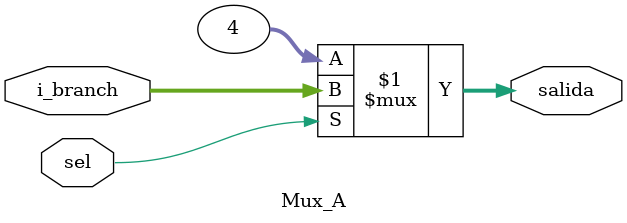
<source format=v>
`timescale 1ns / 1ps

module Mux_A(
    input [31:0]i_branch,
    input sel,
    output [31:0]salida    
    );
    
    assign salida = sel ? i_branch : 32'd4;

/*
    input wire [31:0] Instruccion,//isntrucccion que se está ejecutando,
    input wire Cero,//bandera de cero
    
    output reg [31:0] Y//salida del mux
    );
    wire [6:0] OPCODE =Instruccion[6:0];
    reg [31:0] buffer;//esto es solo para no hacer una operacion del tipo Y=Y+X
    
    
    always @(*) begin
    if (Cero==1'b0 && OPCODE==7'b1100011) begin //si la bandera de ceroestá apagada y el OPCODE es de un branch hace el salto y por tanto la salida es el offset
        buffer={{20{Instruccion[31]}},Instruccion[31], Instruccion[7], Instruccion[30:25], Instruccion[11:8]} ;//armo el offset y le extiendo signo
    Y= buffer<<1;//le hago corrimiento a la izquierda de un bit
    end
    else begin
    Y=31'b100;//en caso contrario la salida es 4 para que siga con la siguiente instrucción consecutiva
    end
    end

*/
endmodule

</source>
